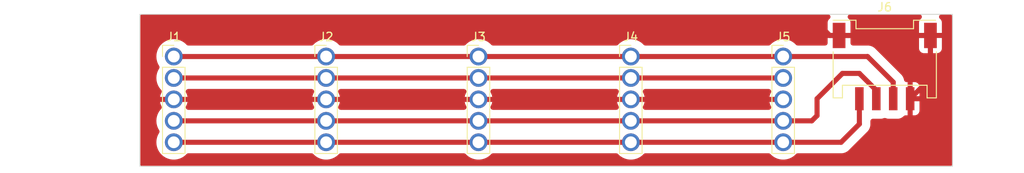
<source format=kicad_pcb>
(kicad_pcb (version 20221018) (generator pcbnew)
  (layers (0 "F.Cu" signal) (31 "B.Cu" signal) (34 "B.Paste" user) (35 "F.Paste" user) (36 "B.SilkS" user "B.Silkscreen") (37 "F.SilkS" user "F.Silkscreen") (38 "B.Mask" user) (39 "F.Mask" user) (44 "Edge.Cuts" user))
  (net 0 "")
  (net 1 "vcc")
  (net 2 "off")
  (net 3 "GND")
  (net 4 "sda")
  (net 5 "scl")
  (footprint "fab:PinHeader_1x05_P2.54mm_Vertical_THT_D1.4mm" (layer "F.Cu") (at 172 62)
    (fp_text reference "J5" (at 0 -2.33) (layer "F.SilkS"))
    (fp_text value "Conn_PinHeader_1x05_P2.54mm_Vertical_THT_D1.4mm")
    (fp_line (start -1.33 -1.33) (end 0 -1.33) (stroke (width 0.12)) (layer "F.SilkS"))
    (fp_line (start -1.33 0) (end -1.33 -1.33) (stroke (width 0.12)) (layer "F.SilkS"))
    (fp_line (start -1.33 1.27) (end -1.33 11.49) (stroke (width 0.12)) (layer "F.SilkS"))
    (fp_line (start -1.33 1.27) (end 1.33 1.27) (stroke (width 0.12)) (layer "F.SilkS"))
    (fp_line (start -1.33 11.49) (end 1.33 11.49) (stroke (width 0.12)) (layer "F.SilkS"))
    (fp_line (start 1.33 1.27) (end 1.33 11.49) (stroke (width 0.12)) (layer "F.SilkS"))
    (pad "1" thru_hole circle (at 0 0) (size 2.1 2.1) (drill 1.4) (layers "*.Cu" "*.Mask") (net 1 "vcc"))
    (pad "2" thru_hole circle (at 0 2.54) (size 2.1 2.1) (drill 1.4) (layers "*.Cu" "*.Mask") (net 2 "off"))
    (pad "3" thru_hole circle (at 0 5.08) (size 2.1 2.1) (drill 1.4) (layers "*.Cu" "*.Mask") (net 3 "GND"))
    (pad "4" thru_hole circle (at 0 7.62) (size 2.1 2.1) (drill 1.4) (layers "*.Cu" "*.Mask") (net 4 "sda"))
    (pad "5" thru_hole circle (at 0 10.16) (size 2.1 2.1) (drill 1.4) (layers "*.Cu" "*.Mask") (net 5 "scl"))
  )
  (footprint "fab:PinHeader_1x05_P2.54mm_Vertical_THT_D1.4mm" (layer "F.Cu") (at 154 62)
    (fp_text reference "J4" (at 0 -2.33) (layer "F.SilkS"))
    (fp_text value "Conn_PinHeader_1x05_P2.54mm_Vertical_THT_D1.4mm")
    (fp_line (start -1.33 -1.33) (end 0 -1.33) (stroke (width 0.12)) (layer "F.SilkS"))
    (fp_line (start -1.33 0) (end -1.33 -1.33) (stroke (width 0.12)) (layer "F.SilkS"))
    (fp_line (start -1.33 1.27) (end -1.33 11.49) (stroke (width 0.12)) (layer "F.SilkS"))
    (fp_line (start -1.33 1.27) (end 1.33 1.27) (stroke (width 0.12)) (layer "F.SilkS"))
    (fp_line (start -1.33 11.49) (end 1.33 11.49) (stroke (width 0.12)) (layer "F.SilkS"))
    (fp_line (start 1.33 1.27) (end 1.33 11.49) (stroke (width 0.12)) (layer "F.SilkS"))
    (pad "1" thru_hole circle (at 0 0) (size 2.1 2.1) (drill 1.4) (layers "*.Cu" "*.Mask") (net 1 "vcc"))
    (pad "2" thru_hole circle (at 0 2.54) (size 2.1 2.1) (drill 1.4) (layers "*.Cu" "*.Mask") (net 2 "off"))
    (pad "3" thru_hole circle (at 0 5.08) (size 2.1 2.1) (drill 1.4) (layers "*.Cu" "*.Mask") (net 3 "GND"))
    (pad "4" thru_hole circle (at 0 7.62) (size 2.1 2.1) (drill 1.4) (layers "*.Cu" "*.Mask") (net 4 "sda"))
    (pad "5" thru_hole circle (at 0 10.16) (size 2.1 2.1) (drill 1.4) (layers "*.Cu" "*.Mask") (net 5 "scl"))
  )
  (footprint "fab:PinHeader_1x05_P2.54mm_Vertical_THT_D1.4mm" (layer "F.Cu") (at 118 62)
    (fp_text reference "J2" (at 0 -2.33) (layer "F.SilkS"))
    (fp_text value "Conn_PinHeader_1x05_P2.54mm_Vertical_THT_D1.4mm")
    (fp_line (start -1.33 -1.33) (end 0 -1.33) (stroke (width 0.12)) (layer "F.SilkS"))
    (fp_line (start -1.33 0) (end -1.33 -1.33) (stroke (width 0.12)) (layer "F.SilkS"))
    (fp_line (start -1.33 1.27) (end -1.33 11.49) (stroke (width 0.12)) (layer "F.SilkS"))
    (fp_line (start -1.33 1.27) (end 1.33 1.27) (stroke (width 0.12)) (layer "F.SilkS"))
    (fp_line (start -1.33 11.49) (end 1.33 11.49) (stroke (width 0.12)) (layer "F.SilkS"))
    (fp_line (start 1.33 1.27) (end 1.33 11.49) (stroke (width 0.12)) (layer "F.SilkS"))
    (pad "1" thru_hole circle (at 0 0) (size 2.1 2.1) (drill 1.4) (layers "*.Cu" "*.Mask") (net 1 "vcc"))
    (pad "2" thru_hole circle (at 0 2.54) (size 2.1 2.1) (drill 1.4) (layers "*.Cu" "*.Mask") (net 2 "off"))
    (pad "3" thru_hole circle (at 0 5.08) (size 2.1 2.1) (drill 1.4) (layers "*.Cu" "*.Mask") (net 3 "GND"))
    (pad "4" thru_hole circle (at 0 7.62) (size 2.1 2.1) (drill 1.4) (layers "*.Cu" "*.Mask") (net 4 "sda"))
    (pad "5" thru_hole circle (at 0 10.16) (size 2.1 2.1) (drill 1.4) (layers "*.Cu" "*.Mask") (net 5 "scl"))
  )
  (footprint "fab:PinHeader_1x05_P2.54mm_Vertical_THT_D1.4mm" (layer "F.Cu") (at 136 62)
    (fp_text reference "J3" (at 0 -2.33) (layer "F.SilkS"))
    (fp_text value "Conn_PinHeader_1x05_P2.54mm_Vertical_THT_D1.4mm")
    (fp_line (start -1.33 -1.33) (end 0 -1.33) (stroke (width 0.12)) (layer "F.SilkS"))
    (fp_line (start -1.33 0) (end -1.33 -1.33) (stroke (width 0.12)) (layer "F.SilkS"))
    (fp_line (start -1.33 1.27) (end -1.33 11.49) (stroke (width 0.12)) (layer "F.SilkS"))
    (fp_line (start -1.33 1.27) (end 1.33 1.27) (stroke (width 0.12)) (layer "F.SilkS"))
    (fp_line (start -1.33 11.49) (end 1.33 11.49) (stroke (width 0.12)) (layer "F.SilkS"))
    (fp_line (start 1.33 1.27) (end 1.33 11.49) (stroke (width 0.12)) (layer "F.SilkS"))
    (pad "1" thru_hole circle (at 0 0) (size 2.1 2.1) (drill 1.4) (layers "*.Cu" "*.Mask") (net 1 "vcc"))
    (pad "2" thru_hole circle (at 0 2.54) (size 2.1 2.1) (drill 1.4) (layers "*.Cu" "*.Mask") (net 2 "off"))
    (pad "3" thru_hole circle (at 0 5.08) (size 2.1 2.1) (drill 1.4) (layers "*.Cu" "*.Mask") (net 3 "GND"))
    (pad "4" thru_hole circle (at 0 7.62) (size 2.1 2.1) (drill 1.4) (layers "*.Cu" "*.Mask") (net 4 "sda"))
    (pad "5" thru_hole circle (at 0 10.16) (size 2.1 2.1) (drill 1.4) (layers "*.Cu" "*.Mask") (net 5 "scl"))
  )
  (footprint "fab:PinHeader_1x05_P2.54mm_Vertical_THT_D1.4mm" (layer "F.Cu") (at 100 62)
    (fp_text reference "J1" (at 0 -2.33) (layer "F.SilkS"))
    (fp_text value "Conn_PinHeader_1x05_P2.54mm_Vertical_THT_D1.4mm")
    (fp_line (start -1.33 -1.33) (end 0 -1.33) (stroke (width 0.12)) (layer "F.SilkS"))
    (fp_line (start -1.33 0) (end -1.33 -1.33) (stroke (width 0.12)) (layer "F.SilkS"))
    (fp_line (start -1.33 1.27) (end -1.33 11.49) (stroke (width 0.12)) (layer "F.SilkS"))
    (fp_line (start -1.33 1.27) (end 1.33 1.27) (stroke (width 0.12)) (layer "F.SilkS"))
    (fp_line (start -1.33 11.49) (end 1.33 11.49) (stroke (width 0.12)) (layer "F.SilkS"))
    (fp_line (start 1.33 1.27) (end 1.33 11.49) (stroke (width 0.12)) (layer "F.SilkS"))
    (pad "1" thru_hole circle (at 0 0) (size 2.1 2.1) (drill 1.4) (layers "*.Cu" "*.Mask") (net 1 "vcc"))
    (pad "2" thru_hole circle (at 0 2.54) (size 2.1 2.1) (drill 1.4) (layers "*.Cu" "*.Mask") (net 2 "off"))
    (pad "3" thru_hole circle (at 0 5.08) (size 2.1 2.1) (drill 1.4) (layers "*.Cu" "*.Mask") (net 3 "GND"))
    (pad "4" thru_hole circle (at 0 7.62) (size 2.1 2.1) (drill 1.4) (layers "*.Cu" "*.Mask") (net 4 "sda"))
    (pad "5" thru_hole circle (at 0 10.16) (size 2.1 2.1) (drill 1.4) (layers "*.Cu" "*.Mask") (net 5 "scl"))
  )
  (footprint "OPL_Connector:HW4-SMD-2.0-90D" (layer "F.Cu") (at 183.99974 62.2003)
    (fp_text reference "J6" (at 0 -6.05) (layer "F.SilkS"))
    (fp_text value "GROVE-CONNECTOR-SMD-90D_4+2P-2.0_")
    (fp_line (start -6.09854 -4.49924) (end -3.39852 -4.49924) (stroke (width 0.127)) (layer "F.SilkS"))
    (fp_line (start -6.09854 -0.7629) (end -6.09854 4.70064) (stroke (width 0.127)) (layer "F.SilkS"))
    (fp_line (start -6.05282 4.7) (end -5 4.7) (stroke (width 0.127)) (layer "F.SilkS"))
    (fp_line (start -5 3.20204) (end -5 4.7) (stroke (width 0.127)) (layer "F.SilkS"))
    (fp_line (start -5 3.20204) (end 5 3.20204) (stroke (width 0.127)) (layer "F.SilkS"))
    (fp_line (start -3.39852 -4.49924) (end -3.39852 -3.49848) (stroke (width 0.127)) (layer "F.SilkS"))
    (fp_line (start -3.39852 -3.49848) (end 3.39852 -3.49848) (stroke (width 0.127)) (layer "F.SilkS"))
    (fp_line (start 3.39852 -4.49924) (end 5.99948 -4.49924) (stroke (width 0.127)) (layer "F.SilkS"))
    (fp_line (start 3.39852 -3.49848) (end 3.39852 -4.49924) (stroke (width 0.127)) (layer "F.SilkS"))
    (fp_line (start 5 3.20204) (end 5 4.7) (stroke (width 0.127)) (layer "F.SilkS"))
    (fp_line (start 6.0545 4.7) (end 5 4.7) (stroke (width 0.127)) (layer "F.SilkS"))
    (fp_line (start 6.09854 -0.7629) (end 6.09854 4.7) (stroke (width 0.127)) (layer "F.SilkS"))
    (pad "1" smd rect (at -2.99974 4.7997 90) (size 2.73812 1.00838) (layers "F.Cu" "F.Paste" "F.Mask") (net 5 "scl"))
    (pad "2" smd rect (at -0.99822 4.7997 90) (size 2.73812 1.00838) (layers "F.Cu" "F.Paste" "F.Mask") (net 4 "sda"))
    (pad "3" smd rect (at 0.99822 4.7997 90) (size 2.73812 1.00838) (layers "F.Cu" "F.Paste" "F.Mask") (net 1 "vcc"))
    (pad "4" smd rect (at 2.99974 4.7997 90) (size 2.73812 1.00838) (layers "F.Cu" "F.Paste" "F.Mask") (net 3 "GND"))
    (pad "5" smd rect (at -5.3975 -2.69838 90) (size 2.99974 1.5) (layers "F.Cu" "F.Paste" "F.Mask") (net 3 "GND"))
    (pad "6" smd rect (at 5.3975 -2.69838 90) (size 2.99974 1.5) (layers "F.Cu" "F.Paste" "F.Mask") (net 3 "GND"))
  )
  (gr_rect (start 96 57) (end 192 75) (stroke (width 0.1)) (fill none) (layer "Edge.Cuts"))
  (segment (start 118 62) (end 136 62) (width 0.6) (layer "F.Cu") (net 1))
  (segment (start 100 62) (end 118 62) (width 0.6) (layer "F.Cu") (net 1))
  (segment (start 181.96702 62) (end 184.99796 65.03094) (width 0.6) (layer "F.Cu") (net 1))
  (segment (start 154 62) (end 172 62) (width 0.6) (layer "F.Cu") (net 1))
  (segment (start 136 62) (end 154 62) (width 0.6) (layer "F.Cu") (net 1))
  (segment (start 184.99796 65.03094) (end 184.99796 67) (width 0.6) (layer "F.Cu") (net 1))
  (segment (start 172 62) (end 181.96702 62) (width 0.6) (layer "F.Cu") (net 1))
  (segment (start 136 64.54) (end 154 64.54) (width 0.6) (layer "F.Cu") (net 2))
  (segment (start 154 64.54) (end 172 64.54) (width 0.6) (layer "F.Cu") (net 2))
  (segment (start 118 64.54) (end 136 64.54) (width 0.6) (layer "F.Cu") (net 2))
  (segment (start 100 64.54) (end 118 64.54) (width 0.6) (layer "F.Cu") (net 2))
  (segment (start 98.08 67.08) (end 97 66) (width 0.6) (layer "F.Cu") (net 3))
  (segment (start 178.60224 59.50192) (end 189.39724 59.50192) (width 0.6) (layer "F.Cu") (net 3))
  (segment (start 118 67.08) (end 136 67.08) (width 0.6) (layer "F.Cu") (net 3))
  (segment (start 177.50192 59.50192) (end 178.60224 59.50192) (width 0.6) (layer "F.Cu") (net 3))
  (segment (start 100 67.08) (end 98.08 67.08) (width 0.6) (layer "F.Cu") (net 3))
  (segment (start 136 67.08) (end 154 67.08) (width 0.6) (layer "F.Cu") (net 3))
  (segment (start 99 58) (end 176 58) (width 0.6) (layer "F.Cu") (net 3))
  (segment (start 189.39724 59.50192) (end 189.39724 64.60224) (width 0.6) (layer "F.Cu") (net 3))
  (segment (start 189.39724 64.60224) (end 186.99948 67) (width 0.6) (layer "F.Cu") (net 3))
  (segment (start 100 67.08) (end 118 67.08) (width 0.6) (layer "F.Cu") (net 3))
  (segment (start 154 67.08) (end 172 67.08) (width 0.6) (layer "F.Cu") (net 3))
  (segment (start 97 66) (end 97 60) (width 0.6) (layer "F.Cu") (net 3))
  (segment (start 97 60) (end 99 58) (width 0.6) (layer "F.Cu") (net 3))
  (segment (start 176 58) (end 177.50192 59.50192) (width 0.6) (layer "F.Cu") (net 3))
  (segment (start 154 69.62) (end 172 69.62) (width 0.6) (layer "F.Cu") (net 4))
  (segment (start 181 64) (end 183.00152 66.00152) (width 0.6) (layer "F.Cu") (net 4))
  (segment (start 179 64) (end 181 64) (width 0.6) (layer "F.Cu") (net 4))
  (segment (start 136 69.62) (end 154 69.62) (width 0.6) (layer "F.Cu") (net 4))
  (segment (start 176 69) (end 176 67) (width 0.6) (layer "F.Cu") (net 4))
  (segment (start 183.00152 66.00152) (end 183.00152 67) (width 0.6) (layer "F.Cu") (net 4))
  (segment (start 172 69.62) (end 175.38 69.62) (width 0.6) (layer "F.Cu") (net 4))
  (segment (start 175.38 69.62) (end 176 69) (width 0.6) (layer "F.Cu") (net 4))
  (segment (start 118 69.62) (end 136 69.62) (width 0.6) (layer "F.Cu") (net 4))
  (segment (start 176 67) (end 179 64) (width 0.6) (layer "F.Cu") (net 4))
  (segment (start 100 69.62) (end 118 69.62) (width 0.6) (layer "F.Cu") (net 4))
  (segment (start 154 72.16) (end 172 72.16) (width 0.6) (layer "F.Cu") (net 5))
  (segment (start 118 72.16) (end 136 72.16) (width 0.6) (layer "F.Cu") (net 5))
  (segment (start 181 70) (end 181 67) (width 0.6) (layer "F.Cu") (net 5))
  (segment (start 100 72.16) (end 118 72.16) (width 0.6) (layer "F.Cu") (net 5))
  (segment (start 136 72.16) (end 154 72.16) (width 0.6) (layer "F.Cu") (net 5))
  (segment (start 178.84 72.16) (end 181 70) (width 0.6) (layer "F.Cu") (net 5))
  (segment (start 172 72.16) (end 178.84 72.16) (width 0.6) (layer "F.Cu") (net 5))
  (zone (net 3) (net_name "GND") (layer "F.Cu") (name "GND") (connect_pads (clearance 1)) (min_thickness 0.6) (fill yes (thermal_gap 0.6) (thermal_bridge_width 0.6))
    (polygon (pts (xy 96 57) (xy 192 57) (xy 192 75) (xy 96 75)))
  )
)
</source>
